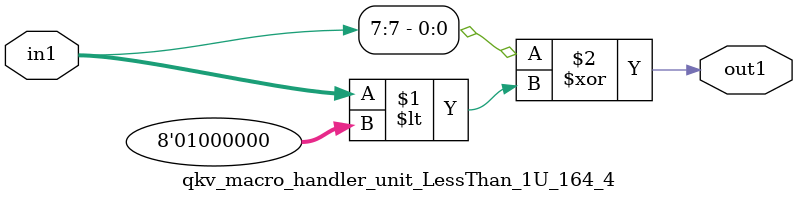
<source format=v>

`timescale 1ps / 1ps


module qkv_macro_handler_unit_LessThan_1U_164_4( in1, out1 );

    input [7:0] in1;
    output out1;

    
    // rtl_process:qkv_macro_handler_hub_LessThan_1U_94_4/qkv_macro_handler_hub_LessThan_1U_94_4_thread_1
    assign out1 = (in1[7] ^ in1 < 8'd064);

endmodule





</source>
